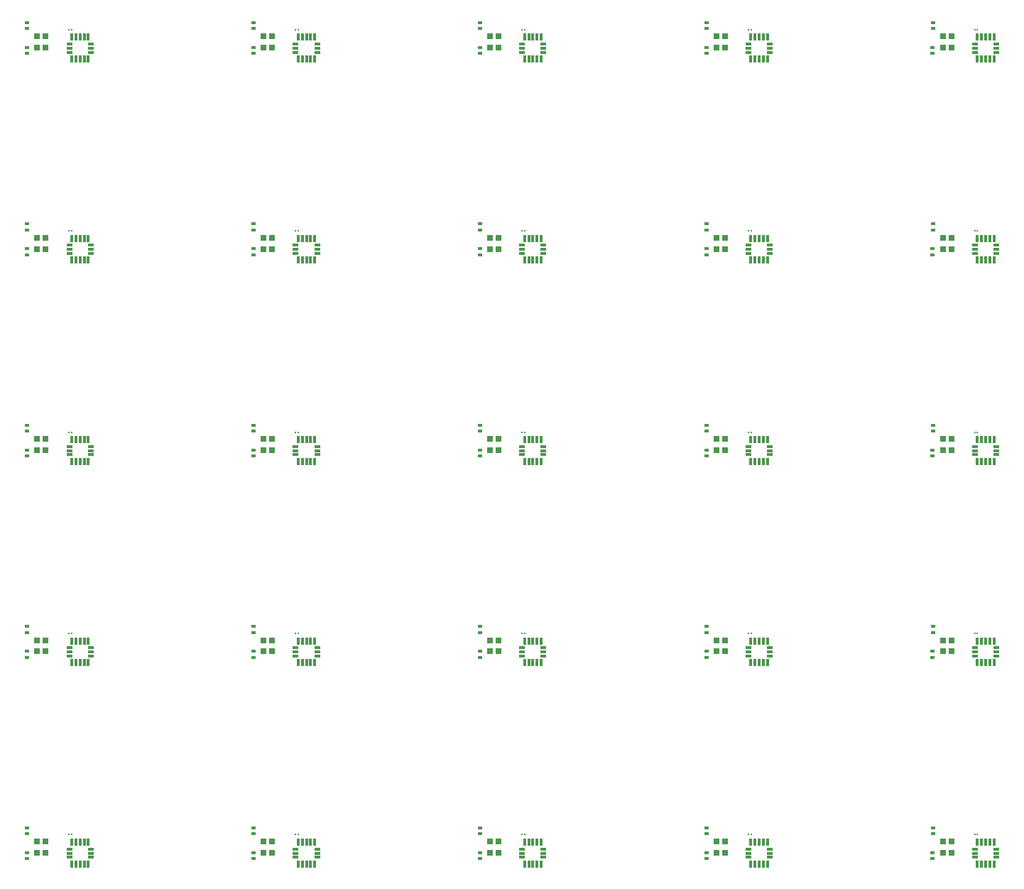
<source format=gbr>
G04 EAGLE Gerber X2 export*
%TF.Part,Single*%
%TF.FileFunction,Paste,Bot*%
%TF.FilePolarity,Positive*%
%TF.GenerationSoftware,Autodesk,EAGLE,9.0.0*%
%TF.CreationDate,2018-06-20T06:24:19Z*%
G75*
%MOMM*%
%FSLAX34Y34*%
%LPD*%
%AMOC8*
5,1,8,0,0,1.08239X$1,22.5*%
G01*
%ADD10R,0.177800X0.254000*%
%ADD11R,0.600000X0.400000*%
%ADD12R,0.300000X0.925000*%
%ADD13R,0.800000X0.300000*%
%ADD14R,0.700000X0.750000*%


D10*
X57783Y63495D03*
X61085Y63495D03*
D11*
X8197Y64703D03*
X8197Y71703D03*
X7811Y34991D03*
X7811Y41991D03*
D12*
X61074Y54300D03*
X66074Y54300D03*
X71074Y54300D03*
X76074Y54300D03*
X81074Y54300D03*
D13*
X83824Y46425D03*
X83824Y41425D03*
X83824Y36425D03*
D12*
X81074Y28550D03*
X76074Y28550D03*
X71074Y28550D03*
X66074Y28550D03*
X61074Y28550D03*
D13*
X58324Y36425D03*
X58324Y41425D03*
X58324Y46425D03*
D14*
X30059Y41927D03*
X30059Y55427D03*
X20059Y55427D03*
X20059Y41927D03*
D10*
X57783Y-176505D03*
X61085Y-176505D03*
D11*
X8197Y-175297D03*
X8197Y-168297D03*
X7811Y-205009D03*
X7811Y-198009D03*
D12*
X61074Y-185700D03*
X66074Y-185700D03*
X71074Y-185700D03*
X76074Y-185700D03*
X81074Y-185700D03*
D13*
X83824Y-193575D03*
X83824Y-198575D03*
X83824Y-203575D03*
D12*
X81074Y-211450D03*
X76074Y-211450D03*
X71074Y-211450D03*
X66074Y-211450D03*
X61074Y-211450D03*
D13*
X58324Y-203575D03*
X58324Y-198575D03*
X58324Y-193575D03*
D14*
X30059Y-198073D03*
X30059Y-184573D03*
X20059Y-184573D03*
X20059Y-198073D03*
D10*
X57783Y-416505D03*
X61085Y-416505D03*
D11*
X8197Y-415297D03*
X8197Y-408297D03*
X7811Y-445009D03*
X7811Y-438009D03*
D12*
X61074Y-425700D03*
X66074Y-425700D03*
X71074Y-425700D03*
X76074Y-425700D03*
X81074Y-425700D03*
D13*
X83824Y-433575D03*
X83824Y-438575D03*
X83824Y-443575D03*
D12*
X81074Y-451450D03*
X76074Y-451450D03*
X71074Y-451450D03*
X66074Y-451450D03*
X61074Y-451450D03*
D13*
X58324Y-443575D03*
X58324Y-438575D03*
X58324Y-433575D03*
D14*
X30059Y-438073D03*
X30059Y-424573D03*
X20059Y-424573D03*
X20059Y-438073D03*
D10*
X57783Y-656505D03*
X61085Y-656505D03*
D11*
X8197Y-655297D03*
X8197Y-648297D03*
X7811Y-685009D03*
X7811Y-678009D03*
D12*
X61074Y-665700D03*
X66074Y-665700D03*
X71074Y-665700D03*
X76074Y-665700D03*
X81074Y-665700D03*
D13*
X83824Y-673575D03*
X83824Y-678575D03*
X83824Y-683575D03*
D12*
X81074Y-691450D03*
X76074Y-691450D03*
X71074Y-691450D03*
X66074Y-691450D03*
X61074Y-691450D03*
D13*
X58324Y-683575D03*
X58324Y-678575D03*
X58324Y-673575D03*
D14*
X30059Y-678073D03*
X30059Y-664573D03*
X20059Y-664573D03*
X20059Y-678073D03*
D10*
X57783Y-896505D03*
X61085Y-896505D03*
D11*
X8197Y-895297D03*
X8197Y-888297D03*
X7811Y-925009D03*
X7811Y-918009D03*
D12*
X61074Y-905700D03*
X66074Y-905700D03*
X71074Y-905700D03*
X76074Y-905700D03*
X81074Y-905700D03*
D13*
X83824Y-913575D03*
X83824Y-918575D03*
X83824Y-923575D03*
D12*
X81074Y-931450D03*
X76074Y-931450D03*
X71074Y-931450D03*
X66074Y-931450D03*
X61074Y-931450D03*
D13*
X58324Y-923575D03*
X58324Y-918575D03*
X58324Y-913575D03*
D14*
X30059Y-918073D03*
X30059Y-904573D03*
X20059Y-904573D03*
X20059Y-918073D03*
D10*
X327783Y63495D03*
X331085Y63495D03*
D11*
X278197Y64703D03*
X278197Y71703D03*
X277811Y34991D03*
X277811Y41991D03*
D12*
X331074Y54300D03*
X336074Y54300D03*
X341074Y54300D03*
X346074Y54300D03*
X351074Y54300D03*
D13*
X353824Y46425D03*
X353824Y41425D03*
X353824Y36425D03*
D12*
X351074Y28550D03*
X346074Y28550D03*
X341074Y28550D03*
X336074Y28550D03*
X331074Y28550D03*
D13*
X328324Y36425D03*
X328324Y41425D03*
X328324Y46425D03*
D14*
X300059Y41927D03*
X300059Y55427D03*
X290059Y55427D03*
X290059Y41927D03*
D10*
X327783Y-176505D03*
X331085Y-176505D03*
D11*
X278197Y-175297D03*
X278197Y-168297D03*
X277811Y-205009D03*
X277811Y-198009D03*
D12*
X331074Y-185700D03*
X336074Y-185700D03*
X341074Y-185700D03*
X346074Y-185700D03*
X351074Y-185700D03*
D13*
X353824Y-193575D03*
X353824Y-198575D03*
X353824Y-203575D03*
D12*
X351074Y-211450D03*
X346074Y-211450D03*
X341074Y-211450D03*
X336074Y-211450D03*
X331074Y-211450D03*
D13*
X328324Y-203575D03*
X328324Y-198575D03*
X328324Y-193575D03*
D14*
X300059Y-198073D03*
X300059Y-184573D03*
X290059Y-184573D03*
X290059Y-198073D03*
D10*
X327783Y-416505D03*
X331085Y-416505D03*
D11*
X278197Y-415297D03*
X278197Y-408297D03*
X277811Y-445009D03*
X277811Y-438009D03*
D12*
X331074Y-425700D03*
X336074Y-425700D03*
X341074Y-425700D03*
X346074Y-425700D03*
X351074Y-425700D03*
D13*
X353824Y-433575D03*
X353824Y-438575D03*
X353824Y-443575D03*
D12*
X351074Y-451450D03*
X346074Y-451450D03*
X341074Y-451450D03*
X336074Y-451450D03*
X331074Y-451450D03*
D13*
X328324Y-443575D03*
X328324Y-438575D03*
X328324Y-433575D03*
D14*
X300059Y-438073D03*
X300059Y-424573D03*
X290059Y-424573D03*
X290059Y-438073D03*
D10*
X327783Y-656505D03*
X331085Y-656505D03*
D11*
X278197Y-655297D03*
X278197Y-648297D03*
X277811Y-685009D03*
X277811Y-678009D03*
D12*
X331074Y-665700D03*
X336074Y-665700D03*
X341074Y-665700D03*
X346074Y-665700D03*
X351074Y-665700D03*
D13*
X353824Y-673575D03*
X353824Y-678575D03*
X353824Y-683575D03*
D12*
X351074Y-691450D03*
X346074Y-691450D03*
X341074Y-691450D03*
X336074Y-691450D03*
X331074Y-691450D03*
D13*
X328324Y-683575D03*
X328324Y-678575D03*
X328324Y-673575D03*
D14*
X300059Y-678073D03*
X300059Y-664573D03*
X290059Y-664573D03*
X290059Y-678073D03*
D10*
X327783Y-896505D03*
X331085Y-896505D03*
D11*
X278197Y-895297D03*
X278197Y-888297D03*
X277811Y-925009D03*
X277811Y-918009D03*
D12*
X331074Y-905700D03*
X336074Y-905700D03*
X341074Y-905700D03*
X346074Y-905700D03*
X351074Y-905700D03*
D13*
X353824Y-913575D03*
X353824Y-918575D03*
X353824Y-923575D03*
D12*
X351074Y-931450D03*
X346074Y-931450D03*
X341074Y-931450D03*
X336074Y-931450D03*
X331074Y-931450D03*
D13*
X328324Y-923575D03*
X328324Y-918575D03*
X328324Y-913575D03*
D14*
X300059Y-918073D03*
X300059Y-904573D03*
X290059Y-904573D03*
X290059Y-918073D03*
D10*
X597783Y63495D03*
X601085Y63495D03*
D11*
X548197Y64703D03*
X548197Y71703D03*
X547811Y34991D03*
X547811Y41991D03*
D12*
X601074Y54300D03*
X606074Y54300D03*
X611074Y54300D03*
X616074Y54300D03*
X621074Y54300D03*
D13*
X623824Y46425D03*
X623824Y41425D03*
X623824Y36425D03*
D12*
X621074Y28550D03*
X616074Y28550D03*
X611074Y28550D03*
X606074Y28550D03*
X601074Y28550D03*
D13*
X598324Y36425D03*
X598324Y41425D03*
X598324Y46425D03*
D14*
X570059Y41927D03*
X570059Y55427D03*
X560059Y55427D03*
X560059Y41927D03*
D10*
X597783Y-176505D03*
X601085Y-176505D03*
D11*
X548197Y-175297D03*
X548197Y-168297D03*
X547811Y-205009D03*
X547811Y-198009D03*
D12*
X601074Y-185700D03*
X606074Y-185700D03*
X611074Y-185700D03*
X616074Y-185700D03*
X621074Y-185700D03*
D13*
X623824Y-193575D03*
X623824Y-198575D03*
X623824Y-203575D03*
D12*
X621074Y-211450D03*
X616074Y-211450D03*
X611074Y-211450D03*
X606074Y-211450D03*
X601074Y-211450D03*
D13*
X598324Y-203575D03*
X598324Y-198575D03*
X598324Y-193575D03*
D14*
X570059Y-198073D03*
X570059Y-184573D03*
X560059Y-184573D03*
X560059Y-198073D03*
D10*
X597783Y-416505D03*
X601085Y-416505D03*
D11*
X548197Y-415297D03*
X548197Y-408297D03*
X547811Y-445009D03*
X547811Y-438009D03*
D12*
X601074Y-425700D03*
X606074Y-425700D03*
X611074Y-425700D03*
X616074Y-425700D03*
X621074Y-425700D03*
D13*
X623824Y-433575D03*
X623824Y-438575D03*
X623824Y-443575D03*
D12*
X621074Y-451450D03*
X616074Y-451450D03*
X611074Y-451450D03*
X606074Y-451450D03*
X601074Y-451450D03*
D13*
X598324Y-443575D03*
X598324Y-438575D03*
X598324Y-433575D03*
D14*
X570059Y-438073D03*
X570059Y-424573D03*
X560059Y-424573D03*
X560059Y-438073D03*
D10*
X597783Y-656505D03*
X601085Y-656505D03*
D11*
X548197Y-655297D03*
X548197Y-648297D03*
X547811Y-685009D03*
X547811Y-678009D03*
D12*
X601074Y-665700D03*
X606074Y-665700D03*
X611074Y-665700D03*
X616074Y-665700D03*
X621074Y-665700D03*
D13*
X623824Y-673575D03*
X623824Y-678575D03*
X623824Y-683575D03*
D12*
X621074Y-691450D03*
X616074Y-691450D03*
X611074Y-691450D03*
X606074Y-691450D03*
X601074Y-691450D03*
D13*
X598324Y-683575D03*
X598324Y-678575D03*
X598324Y-673575D03*
D14*
X570059Y-678073D03*
X570059Y-664573D03*
X560059Y-664573D03*
X560059Y-678073D03*
D10*
X597783Y-896505D03*
X601085Y-896505D03*
D11*
X548197Y-895297D03*
X548197Y-888297D03*
X547811Y-925009D03*
X547811Y-918009D03*
D12*
X601074Y-905700D03*
X606074Y-905700D03*
X611074Y-905700D03*
X616074Y-905700D03*
X621074Y-905700D03*
D13*
X623824Y-913575D03*
X623824Y-918575D03*
X623824Y-923575D03*
D12*
X621074Y-931450D03*
X616074Y-931450D03*
X611074Y-931450D03*
X606074Y-931450D03*
X601074Y-931450D03*
D13*
X598324Y-923575D03*
X598324Y-918575D03*
X598324Y-913575D03*
D14*
X570059Y-918073D03*
X570059Y-904573D03*
X560059Y-904573D03*
X560059Y-918073D03*
D10*
X867783Y63495D03*
X871085Y63495D03*
D11*
X818197Y64703D03*
X818197Y71703D03*
X817811Y34991D03*
X817811Y41991D03*
D12*
X871074Y54300D03*
X876074Y54300D03*
X881074Y54300D03*
X886074Y54300D03*
X891074Y54300D03*
D13*
X893824Y46425D03*
X893824Y41425D03*
X893824Y36425D03*
D12*
X891074Y28550D03*
X886074Y28550D03*
X881074Y28550D03*
X876074Y28550D03*
X871074Y28550D03*
D13*
X868324Y36425D03*
X868324Y41425D03*
X868324Y46425D03*
D14*
X840059Y41927D03*
X840059Y55427D03*
X830059Y55427D03*
X830059Y41927D03*
D10*
X867783Y-176505D03*
X871085Y-176505D03*
D11*
X818197Y-175297D03*
X818197Y-168297D03*
X817811Y-205009D03*
X817811Y-198009D03*
D12*
X871074Y-185700D03*
X876074Y-185700D03*
X881074Y-185700D03*
X886074Y-185700D03*
X891074Y-185700D03*
D13*
X893824Y-193575D03*
X893824Y-198575D03*
X893824Y-203575D03*
D12*
X891074Y-211450D03*
X886074Y-211450D03*
X881074Y-211450D03*
X876074Y-211450D03*
X871074Y-211450D03*
D13*
X868324Y-203575D03*
X868324Y-198575D03*
X868324Y-193575D03*
D14*
X840059Y-198073D03*
X840059Y-184573D03*
X830059Y-184573D03*
X830059Y-198073D03*
D10*
X867783Y-416505D03*
X871085Y-416505D03*
D11*
X818197Y-415297D03*
X818197Y-408297D03*
X817811Y-445009D03*
X817811Y-438009D03*
D12*
X871074Y-425700D03*
X876074Y-425700D03*
X881074Y-425700D03*
X886074Y-425700D03*
X891074Y-425700D03*
D13*
X893824Y-433575D03*
X893824Y-438575D03*
X893824Y-443575D03*
D12*
X891074Y-451450D03*
X886074Y-451450D03*
X881074Y-451450D03*
X876074Y-451450D03*
X871074Y-451450D03*
D13*
X868324Y-443575D03*
X868324Y-438575D03*
X868324Y-433575D03*
D14*
X840059Y-438073D03*
X840059Y-424573D03*
X830059Y-424573D03*
X830059Y-438073D03*
D10*
X867783Y-656505D03*
X871085Y-656505D03*
D11*
X818197Y-655297D03*
X818197Y-648297D03*
X817811Y-685009D03*
X817811Y-678009D03*
D12*
X871074Y-665700D03*
X876074Y-665700D03*
X881074Y-665700D03*
X886074Y-665700D03*
X891074Y-665700D03*
D13*
X893824Y-673575D03*
X893824Y-678575D03*
X893824Y-683575D03*
D12*
X891074Y-691450D03*
X886074Y-691450D03*
X881074Y-691450D03*
X876074Y-691450D03*
X871074Y-691450D03*
D13*
X868324Y-683575D03*
X868324Y-678575D03*
X868324Y-673575D03*
D14*
X840059Y-678073D03*
X840059Y-664573D03*
X830059Y-664573D03*
X830059Y-678073D03*
D10*
X867783Y-896505D03*
X871085Y-896505D03*
D11*
X818197Y-895297D03*
X818197Y-888297D03*
X817811Y-925009D03*
X817811Y-918009D03*
D12*
X871074Y-905700D03*
X876074Y-905700D03*
X881074Y-905700D03*
X886074Y-905700D03*
X891074Y-905700D03*
D13*
X893824Y-913575D03*
X893824Y-918575D03*
X893824Y-923575D03*
D12*
X891074Y-931450D03*
X886074Y-931450D03*
X881074Y-931450D03*
X876074Y-931450D03*
X871074Y-931450D03*
D13*
X868324Y-923575D03*
X868324Y-918575D03*
X868324Y-913575D03*
D14*
X840059Y-918073D03*
X840059Y-904573D03*
X830059Y-904573D03*
X830059Y-918073D03*
D10*
X1137783Y63495D03*
X1141085Y63495D03*
D11*
X1088197Y64703D03*
X1088197Y71703D03*
X1087811Y34991D03*
X1087811Y41991D03*
D12*
X1141074Y54300D03*
X1146074Y54300D03*
X1151074Y54300D03*
X1156074Y54300D03*
X1161074Y54300D03*
D13*
X1163824Y46425D03*
X1163824Y41425D03*
X1163824Y36425D03*
D12*
X1161074Y28550D03*
X1156074Y28550D03*
X1151074Y28550D03*
X1146074Y28550D03*
X1141074Y28550D03*
D13*
X1138324Y36425D03*
X1138324Y41425D03*
X1138324Y46425D03*
D14*
X1110059Y41927D03*
X1110059Y55427D03*
X1100059Y55427D03*
X1100059Y41927D03*
D10*
X1137783Y-176505D03*
X1141085Y-176505D03*
D11*
X1088197Y-175297D03*
X1088197Y-168297D03*
X1087811Y-205009D03*
X1087811Y-198009D03*
D12*
X1141074Y-185700D03*
X1146074Y-185700D03*
X1151074Y-185700D03*
X1156074Y-185700D03*
X1161074Y-185700D03*
D13*
X1163824Y-193575D03*
X1163824Y-198575D03*
X1163824Y-203575D03*
D12*
X1161074Y-211450D03*
X1156074Y-211450D03*
X1151074Y-211450D03*
X1146074Y-211450D03*
X1141074Y-211450D03*
D13*
X1138324Y-203575D03*
X1138324Y-198575D03*
X1138324Y-193575D03*
D14*
X1110059Y-198073D03*
X1110059Y-184573D03*
X1100059Y-184573D03*
X1100059Y-198073D03*
D10*
X1137783Y-416505D03*
X1141085Y-416505D03*
D11*
X1088197Y-415297D03*
X1088197Y-408297D03*
X1087811Y-445009D03*
X1087811Y-438009D03*
D12*
X1141074Y-425700D03*
X1146074Y-425700D03*
X1151074Y-425700D03*
X1156074Y-425700D03*
X1161074Y-425700D03*
D13*
X1163824Y-433575D03*
X1163824Y-438575D03*
X1163824Y-443575D03*
D12*
X1161074Y-451450D03*
X1156074Y-451450D03*
X1151074Y-451450D03*
X1146074Y-451450D03*
X1141074Y-451450D03*
D13*
X1138324Y-443575D03*
X1138324Y-438575D03*
X1138324Y-433575D03*
D14*
X1110059Y-438073D03*
X1110059Y-424573D03*
X1100059Y-424573D03*
X1100059Y-438073D03*
D10*
X1137783Y-656505D03*
X1141085Y-656505D03*
D11*
X1088197Y-655297D03*
X1088197Y-648297D03*
X1087811Y-685009D03*
X1087811Y-678009D03*
D12*
X1141074Y-665700D03*
X1146074Y-665700D03*
X1151074Y-665700D03*
X1156074Y-665700D03*
X1161074Y-665700D03*
D13*
X1163824Y-673575D03*
X1163824Y-678575D03*
X1163824Y-683575D03*
D12*
X1161074Y-691450D03*
X1156074Y-691450D03*
X1151074Y-691450D03*
X1146074Y-691450D03*
X1141074Y-691450D03*
D13*
X1138324Y-683575D03*
X1138324Y-678575D03*
X1138324Y-673575D03*
D14*
X1110059Y-678073D03*
X1110059Y-664573D03*
X1100059Y-664573D03*
X1100059Y-678073D03*
D10*
X1137783Y-896505D03*
X1141085Y-896505D03*
D11*
X1088197Y-895297D03*
X1088197Y-888297D03*
X1087811Y-925009D03*
X1087811Y-918009D03*
D12*
X1141074Y-905700D03*
X1146074Y-905700D03*
X1151074Y-905700D03*
X1156074Y-905700D03*
X1161074Y-905700D03*
D13*
X1163824Y-913575D03*
X1163824Y-918575D03*
X1163824Y-923575D03*
D12*
X1161074Y-931450D03*
X1156074Y-931450D03*
X1151074Y-931450D03*
X1146074Y-931450D03*
X1141074Y-931450D03*
D13*
X1138324Y-923575D03*
X1138324Y-918575D03*
X1138324Y-913575D03*
D14*
X1110059Y-918073D03*
X1110059Y-904573D03*
X1100059Y-904573D03*
X1100059Y-918073D03*
M02*

</source>
